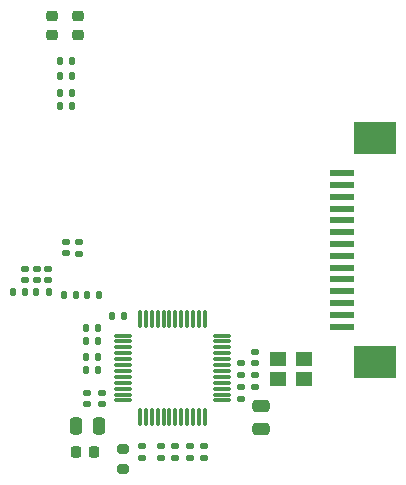
<source format=gbr>
%TF.GenerationSoftware,KiCad,Pcbnew,8.0.3*%
%TF.CreationDate,2024-12-09T21:22:52-05:00*%
%TF.ProjectId,Ethernet HAT,45746865-726e-4657-9420-4841542e6b69,rev?*%
%TF.SameCoordinates,Original*%
%TF.FileFunction,Paste,Top*%
%TF.FilePolarity,Positive*%
%FSLAX46Y46*%
G04 Gerber Fmt 4.6, Leading zero omitted, Abs format (unit mm)*
G04 Created by KiCad (PCBNEW 8.0.3) date 2024-12-09 21:22:52*
%MOMM*%
%LPD*%
G01*
G04 APERTURE LIST*
G04 Aperture macros list*
%AMRoundRect*
0 Rectangle with rounded corners*
0 $1 Rounding radius*
0 $2 $3 $4 $5 $6 $7 $8 $9 X,Y pos of 4 corners*
0 Add a 4 corners polygon primitive as box body*
4,1,4,$2,$3,$4,$5,$6,$7,$8,$9,$2,$3,0*
0 Add four circle primitives for the rounded corners*
1,1,$1+$1,$2,$3*
1,1,$1+$1,$4,$5*
1,1,$1+$1,$6,$7*
1,1,$1+$1,$8,$9*
0 Add four rect primitives between the rounded corners*
20,1,$1+$1,$2,$3,$4,$5,0*
20,1,$1+$1,$4,$5,$6,$7,0*
20,1,$1+$1,$6,$7,$8,$9,0*
20,1,$1+$1,$8,$9,$2,$3,0*%
G04 Aperture macros list end*
%ADD10RoundRect,0.135000X-0.135000X-0.185000X0.135000X-0.185000X0.135000X0.185000X-0.135000X0.185000X0*%
%ADD11RoundRect,0.135000X0.135000X0.185000X-0.135000X0.185000X-0.135000X-0.185000X0.135000X-0.185000X0*%
%ADD12RoundRect,0.250000X-0.250000X-0.475000X0.250000X-0.475000X0.250000X0.475000X-0.250000X0.475000X0*%
%ADD13RoundRect,0.140000X-0.170000X0.140000X-0.170000X-0.140000X0.170000X-0.140000X0.170000X0.140000X0*%
%ADD14RoundRect,0.140000X0.140000X0.170000X-0.140000X0.170000X-0.140000X-0.170000X0.140000X-0.170000X0*%
%ADD15RoundRect,0.218750X-0.256250X0.218750X-0.256250X-0.218750X0.256250X-0.218750X0.256250X0.218750X0*%
%ADD16RoundRect,0.140000X0.170000X-0.140000X0.170000X0.140000X-0.170000X0.140000X-0.170000X-0.140000X0*%
%ADD17R,1.400000X1.200000*%
%ADD18RoundRect,0.200000X-0.275000X0.200000X-0.275000X-0.200000X0.275000X-0.200000X0.275000X0.200000X0*%
%ADD19RoundRect,0.250000X-0.475000X0.250000X-0.475000X-0.250000X0.475000X-0.250000X0.475000X0.250000X0*%
%ADD20RoundRect,0.135000X0.185000X-0.135000X0.185000X0.135000X-0.185000X0.135000X-0.185000X-0.135000X0*%
%ADD21RoundRect,0.075000X-0.662500X-0.075000X0.662500X-0.075000X0.662500X0.075000X-0.662500X0.075000X0*%
%ADD22RoundRect,0.075000X-0.075000X-0.662500X0.075000X-0.662500X0.075000X0.662500X-0.075000X0.662500X0*%
%ADD23RoundRect,0.218750X0.218750X0.256250X-0.218750X0.256250X-0.218750X-0.256250X0.218750X-0.256250X0*%
%ADD24R,2.000000X0.610000*%
%ADD25R,3.600000X2.680000*%
G04 APERTURE END LIST*
D10*
%TO.C,R14*%
X140490000Y-84000000D03*
X141510000Y-84000000D03*
%TD*%
D11*
%TO.C,R6*%
X143810000Y-103800000D03*
X142790000Y-103800000D03*
%TD*%
D12*
%TO.C,C7*%
X141850000Y-114900000D03*
X143750000Y-114900000D03*
%TD*%
D13*
%TO.C,C15*%
X155800000Y-111640000D03*
X155800000Y-112600000D03*
%TD*%
%TO.C,C11*%
X142800000Y-112120000D03*
X142800000Y-113080000D03*
%TD*%
D14*
%TO.C,C10*%
X145880000Y-105600000D03*
X144920000Y-105600000D03*
%TD*%
D15*
%TO.C,D2*%
X139800000Y-80212500D03*
X139800000Y-81787500D03*
%TD*%
D10*
%TO.C,R10*%
X140490000Y-85300000D03*
X141510000Y-85300000D03*
%TD*%
D13*
%TO.C,C12*%
X144000000Y-112120000D03*
X144000000Y-113080000D03*
%TD*%
D11*
%TO.C,R16*%
X137510000Y-103600000D03*
X136490000Y-103600000D03*
%TD*%
D10*
%TO.C,R11*%
X140490000Y-87800000D03*
X141510000Y-87800000D03*
%TD*%
D16*
%TO.C,C1*%
X157000000Y-111580000D03*
X157000000Y-110620000D03*
%TD*%
%TO.C,C16*%
X137500000Y-102580000D03*
X137500000Y-101620000D03*
%TD*%
%TO.C,C17*%
X138500000Y-102580000D03*
X138500000Y-101620000D03*
%TD*%
D11*
%TO.C,R2*%
X143710000Y-109100000D03*
X142690000Y-109100000D03*
%TD*%
%TO.C,R5*%
X143710000Y-110200000D03*
X142690000Y-110200000D03*
%TD*%
D10*
%TO.C,R13*%
X140490000Y-86700000D03*
X141510000Y-86700000D03*
%TD*%
D11*
%TO.C,R4*%
X143710000Y-106600000D03*
X142690000Y-106600000D03*
%TD*%
D17*
%TO.C,Y1*%
X161100000Y-109250000D03*
X158900000Y-109250000D03*
X158900000Y-110950000D03*
X161100000Y-110950000D03*
%TD*%
D13*
%TO.C,C8*%
X147400000Y-116620000D03*
X147400000Y-117580000D03*
%TD*%
%TO.C,C4*%
X141000000Y-99320000D03*
X141000000Y-100280000D03*
%TD*%
D16*
%TO.C,C2*%
X157000000Y-109580000D03*
X157000000Y-108620000D03*
%TD*%
D10*
%TO.C,R7*%
X140790000Y-103800000D03*
X141810000Y-103800000D03*
%TD*%
D18*
%TO.C,R8*%
X145800000Y-116875000D03*
X145800000Y-118525000D03*
%TD*%
D10*
%TO.C,R17*%
X138490000Y-103600000D03*
X139510000Y-103600000D03*
%TD*%
D19*
%TO.C,C14*%
X157500000Y-113250000D03*
X157500000Y-115150000D03*
%TD*%
D20*
%TO.C,R1*%
X155800000Y-110610000D03*
X155800000Y-109590000D03*
%TD*%
D21*
%TO.C,U1*%
X145837500Y-107250000D03*
X145837500Y-107750000D03*
X145837500Y-108250000D03*
X145837500Y-108750000D03*
X145837500Y-109250000D03*
X145837500Y-109750000D03*
X145837500Y-110250000D03*
X145837500Y-110750000D03*
X145837500Y-111250000D03*
X145837500Y-111750000D03*
X145837500Y-112250000D03*
X145837500Y-112750000D03*
D22*
X147250000Y-114162500D03*
X147750000Y-114162500D03*
X148250000Y-114162500D03*
X148750000Y-114162500D03*
X149250000Y-114162500D03*
X149750000Y-114162500D03*
X150250000Y-114162500D03*
X150750000Y-114162500D03*
X151250000Y-114162500D03*
X151750000Y-114162500D03*
X152250000Y-114162500D03*
X152750000Y-114162500D03*
D21*
X154162500Y-112750000D03*
X154162500Y-112250000D03*
X154162500Y-111750000D03*
X154162500Y-111250000D03*
X154162500Y-110750000D03*
X154162500Y-110250000D03*
X154162500Y-109750000D03*
X154162500Y-109250000D03*
X154162500Y-108750000D03*
X154162500Y-108250000D03*
X154162500Y-107750000D03*
X154162500Y-107250000D03*
D22*
X152750000Y-105837500D03*
X152250000Y-105837500D03*
X151750000Y-105837500D03*
X151250000Y-105837500D03*
X150750000Y-105837500D03*
X150250000Y-105837500D03*
X149750000Y-105837500D03*
X149250000Y-105837500D03*
X148750000Y-105837500D03*
X148250000Y-105837500D03*
X147750000Y-105837500D03*
X147250000Y-105837500D03*
%TD*%
D15*
%TO.C,D1*%
X141990000Y-80200000D03*
X141990000Y-81775000D03*
%TD*%
D23*
%TO.C,L1*%
X143387500Y-117100000D03*
X141812500Y-117100000D03*
%TD*%
D13*
%TO.C,C13*%
X151500000Y-116620000D03*
X151500000Y-117580000D03*
%TD*%
D24*
%TO.C,J2*%
X164350000Y-106500000D03*
X164350000Y-105500000D03*
X164350000Y-104500000D03*
X164350000Y-103500000D03*
X164350000Y-102500000D03*
X164350000Y-101500000D03*
X164350000Y-100500000D03*
X164350000Y-99500000D03*
X164350000Y-98500000D03*
X164350000Y-97500000D03*
X164350000Y-96500000D03*
X164350000Y-95500000D03*
X164350000Y-94500000D03*
X164350000Y-93500000D03*
D25*
X167150000Y-109490000D03*
X167150000Y-90510000D03*
%TD*%
D13*
%TO.C,C6*%
X152700000Y-116620000D03*
X152700000Y-117580000D03*
%TD*%
D16*
%TO.C,C3*%
X139500000Y-102580000D03*
X139500000Y-101620000D03*
%TD*%
D13*
%TO.C,C9*%
X149000000Y-116620000D03*
X149000000Y-117580000D03*
%TD*%
D11*
%TO.C,R3*%
X143710000Y-107700000D03*
X142690000Y-107700000D03*
%TD*%
D13*
%TO.C,C5*%
X150200000Y-116620000D03*
X150200000Y-117580000D03*
%TD*%
D20*
%TO.C,R12*%
X142100000Y-100310000D03*
X142100000Y-99290000D03*
%TD*%
M02*

</source>
